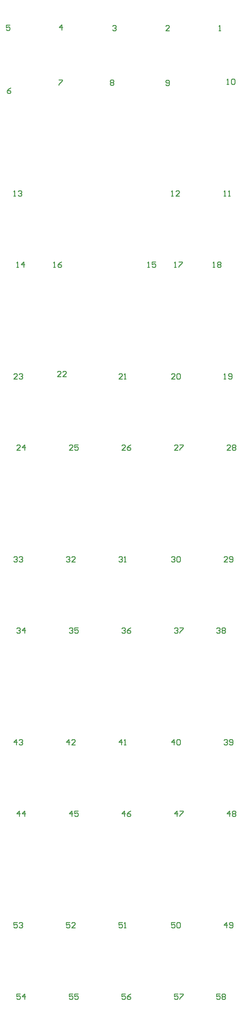
<source format=gto>
%FSLAX44Y44*%
%MOMM*%
G71*
G01*
G75*
%ADD10R,2.5000X6.0000*%
%ADD11R,6.9850X4.0000*%
%ADD12C,1.0000*%
%ADD13C,16.0000*%
%ADD14C,4.0000*%
%ADD15C,1.2700*%
%ADD16R,1.2192X0.8128*%
%ADD17R,1.0200X3.8000*%
%ADD18R,0.3556X0.7620*%
%ADD19R,0.7620X0.3556*%
%ADD20R,2.7940X2.7940*%
%ADD21C,0.2540*%
D21*
X651595Y401061D02*
X641438D01*
Y393444D01*
X646516Y395983D01*
X649056D01*
X651595Y393444D01*
Y388365D01*
X649056Y385826D01*
X643977D01*
X641438Y388365D01*
X656673Y398522D02*
X659212Y401061D01*
X664291D01*
X666830Y398522D01*
Y395983D01*
X664291Y393444D01*
X666830Y390904D01*
Y388365D01*
X664291Y385826D01*
X659212D01*
X656673Y388365D01*
Y390904D01*
X659212Y393444D01*
X656673Y395983D01*
Y398522D01*
X659212Y393444D02*
X664291D01*
X531707Y401061D02*
X521550D01*
Y393444D01*
X526628Y395983D01*
X529168D01*
X531707Y393444D01*
Y388365D01*
X529168Y385826D01*
X524089D01*
X521550Y388365D01*
X536785Y401061D02*
X546942D01*
Y398522D01*
X536785Y388365D01*
Y385826D01*
X381593Y401061D02*
X371436D01*
Y393444D01*
X376515Y395983D01*
X379054D01*
X381593Y393444D01*
Y388365D01*
X379054Y385826D01*
X373975D01*
X371436Y388365D01*
X396828Y401061D02*
X391750Y398522D01*
X386671Y393444D01*
Y388365D01*
X389210Y385826D01*
X394289D01*
X396828Y388365D01*
Y390904D01*
X394289Y393444D01*
X386671D01*
X231733Y401061D02*
X221576D01*
Y393444D01*
X226654Y395983D01*
X229194D01*
X231733Y393444D01*
Y388365D01*
X229194Y385826D01*
X224115D01*
X221576Y388365D01*
X246968Y401061D02*
X236811D01*
Y393444D01*
X241890Y395983D01*
X244429D01*
X246968Y393444D01*
Y388365D01*
X244429Y385826D01*
X239350D01*
X236811Y388365D01*
X81619Y401061D02*
X71462D01*
Y393444D01*
X76540Y395983D01*
X79080D01*
X81619Y393444D01*
Y388365D01*
X79080Y385826D01*
X74001D01*
X71462Y388365D01*
X94315Y385826D02*
Y401061D01*
X86697Y393444D01*
X96854D01*
X73237Y603753D02*
X63080D01*
Y596136D01*
X68158Y598675D01*
X70698D01*
X73237Y596136D01*
Y591057D01*
X70698Y588518D01*
X65619D01*
X63080Y591057D01*
X78315Y601214D02*
X80854Y603753D01*
X85933D01*
X88472Y601214D01*
Y598675D01*
X85933Y596136D01*
X83394D01*
X85933D01*
X88472Y593596D01*
Y591057D01*
X85933Y588518D01*
X80854D01*
X78315Y591057D01*
X223351Y603753D02*
X213194D01*
Y596136D01*
X218272Y598675D01*
X220812D01*
X223351Y596136D01*
Y591057D01*
X220812Y588518D01*
X215733D01*
X213194Y591057D01*
X238586Y588518D02*
X228429D01*
X238586Y598675D01*
Y601214D01*
X236047Y603753D01*
X230968D01*
X228429Y601214D01*
X373211Y603753D02*
X363054D01*
Y596136D01*
X368133Y598675D01*
X370672D01*
X373211Y596136D01*
Y591057D01*
X370672Y588518D01*
X365593D01*
X363054Y591057D01*
X378289Y588518D02*
X383368D01*
X380828D01*
Y603753D01*
X378289Y601214D01*
X523325Y603753D02*
X513168D01*
Y596136D01*
X518246Y598675D01*
X520786D01*
X523325Y596136D01*
Y591057D01*
X520786Y588518D01*
X515707D01*
X513168Y591057D01*
X528403Y601214D02*
X530942Y603753D01*
X536021D01*
X538560Y601214D01*
Y591057D01*
X536021Y588518D01*
X530942D01*
X528403Y591057D01*
Y601214D01*
X670646Y588518D02*
Y603753D01*
X663028Y596136D01*
X673185D01*
X678263Y591057D02*
X680802Y588518D01*
X685881D01*
X688420Y591057D01*
Y601214D01*
X685881Y603753D01*
X680802D01*
X678263Y601214D01*
Y598675D01*
X680802Y596136D01*
X688420D01*
X679028Y905764D02*
Y920999D01*
X671410Y913382D01*
X681567D01*
X686645Y918460D02*
X689184Y920999D01*
X694263D01*
X696802Y918460D01*
Y915921D01*
X694263Y913382D01*
X696802Y910842D01*
Y908303D01*
X694263Y905764D01*
X689184D01*
X686645Y908303D01*
Y910842D01*
X689184Y913382D01*
X686645Y915921D01*
Y918460D01*
X689184Y913382D02*
X694263D01*
X529168Y905764D02*
Y920999D01*
X521550Y913382D01*
X531707D01*
X536785Y920999D02*
X546942D01*
Y918460D01*
X536785Y908303D01*
Y905764D01*
X379054D02*
Y920999D01*
X371436Y913382D01*
X381593D01*
X396828Y920999D02*
X391750Y918460D01*
X386671Y913382D01*
Y908303D01*
X389210Y905764D01*
X394289D01*
X396828Y908303D01*
Y910842D01*
X394289Y913382D01*
X386671D01*
X229194Y905764D02*
Y920999D01*
X221576Y913382D01*
X231733D01*
X246968Y920999D02*
X236811D01*
Y913382D01*
X241890Y915921D01*
X244429D01*
X246968Y913382D01*
Y908303D01*
X244429Y905764D01*
X239350D01*
X236811Y908303D01*
X79080Y905764D02*
Y920999D01*
X71462Y913382D01*
X81619D01*
X94315Y905764D02*
Y920999D01*
X86697Y913382D01*
X96854D01*
X70698Y1108456D02*
Y1123691D01*
X63080Y1116074D01*
X73237D01*
X78315Y1121152D02*
X80854Y1123691D01*
X85933D01*
X88472Y1121152D01*
Y1118613D01*
X85933Y1116074D01*
X83394D01*
X85933D01*
X88472Y1113534D01*
Y1110995D01*
X85933Y1108456D01*
X80854D01*
X78315Y1110995D01*
X220812Y1108456D02*
Y1123691D01*
X213194Y1116074D01*
X223351D01*
X238586Y1108456D02*
X228429D01*
X238586Y1118613D01*
Y1121152D01*
X236047Y1123691D01*
X230968D01*
X228429Y1121152D01*
X370672Y1108456D02*
Y1123691D01*
X363054Y1116074D01*
X373211D01*
X378289Y1108456D02*
X383368D01*
X380828D01*
Y1123691D01*
X378289Y1121152D01*
X520786Y1108456D02*
Y1123691D01*
X513168Y1116074D01*
X523325D01*
X528403Y1121152D02*
X530942Y1123691D01*
X536021D01*
X538560Y1121152D01*
Y1110995D01*
X536021Y1108456D01*
X530942D01*
X528403Y1110995D01*
Y1121152D01*
X663028D02*
X665567Y1123691D01*
X670646D01*
X673185Y1121152D01*
Y1118613D01*
X670646Y1116074D01*
X668107D01*
X670646D01*
X673185Y1113534D01*
Y1110995D01*
X670646Y1108456D01*
X665567D01*
X663028Y1110995D01*
X678263D02*
X680802Y1108456D01*
X685881D01*
X688420Y1110995D01*
Y1121152D01*
X685881Y1123691D01*
X680802D01*
X678263Y1121152D01*
Y1118613D01*
X680802Y1116074D01*
X688420D01*
X641438Y1438398D02*
X643977Y1440937D01*
X649056D01*
X651595Y1438398D01*
Y1435859D01*
X649056Y1433320D01*
X646516D01*
X649056D01*
X651595Y1430780D01*
Y1428241D01*
X649056Y1425702D01*
X643977D01*
X641438Y1428241D01*
X656673Y1438398D02*
X659212Y1440937D01*
X664291D01*
X666830Y1438398D01*
Y1435859D01*
X664291Y1433320D01*
X666830Y1430780D01*
Y1428241D01*
X664291Y1425702D01*
X659212D01*
X656673Y1428241D01*
Y1430780D01*
X659212Y1433320D01*
X656673Y1435859D01*
Y1438398D01*
X659212Y1433320D02*
X664291D01*
X521550Y1438398D02*
X524089Y1440937D01*
X529168D01*
X531707Y1438398D01*
Y1435859D01*
X529168Y1433320D01*
X526628D01*
X529168D01*
X531707Y1430780D01*
Y1428241D01*
X529168Y1425702D01*
X524089D01*
X521550Y1428241D01*
X536785Y1440937D02*
X546942D01*
Y1438398D01*
X536785Y1428241D01*
Y1425702D01*
X371436Y1438398D02*
X373975Y1440937D01*
X379054D01*
X381593Y1438398D01*
Y1435859D01*
X379054Y1433320D01*
X376515D01*
X379054D01*
X381593Y1430780D01*
Y1428241D01*
X379054Y1425702D01*
X373975D01*
X371436Y1428241D01*
X396828Y1440937D02*
X391750Y1438398D01*
X386671Y1433320D01*
Y1428241D01*
X389210Y1425702D01*
X394289D01*
X396828Y1428241D01*
Y1430780D01*
X394289Y1433320D01*
X386671D01*
X221576Y1438398D02*
X224115Y1440937D01*
X229194D01*
X231733Y1438398D01*
Y1435859D01*
X229194Y1433320D01*
X226654D01*
X229194D01*
X231733Y1430780D01*
Y1428241D01*
X229194Y1425702D01*
X224115D01*
X221576Y1428241D01*
X246968Y1440937D02*
X236811D01*
Y1433320D01*
X241890Y1435859D01*
X244429D01*
X246968Y1433320D01*
Y1428241D01*
X244429Y1425702D01*
X239350D01*
X236811Y1428241D01*
X71462Y1438398D02*
X74001Y1440937D01*
X79080D01*
X81619Y1438398D01*
Y1435859D01*
X79080Y1433320D01*
X76540D01*
X79080D01*
X81619Y1430780D01*
Y1428241D01*
X79080Y1425702D01*
X74001D01*
X71462Y1428241D01*
X94315Y1425702D02*
Y1440937D01*
X86697Y1433320D01*
X96854D01*
X63080Y1641344D02*
X65619Y1643883D01*
X70698D01*
X73237Y1641344D01*
Y1638805D01*
X70698Y1636266D01*
X68158D01*
X70698D01*
X73237Y1633726D01*
Y1631187D01*
X70698Y1628648D01*
X65619D01*
X63080Y1631187D01*
X78315Y1641344D02*
X80854Y1643883D01*
X85933D01*
X88472Y1641344D01*
Y1638805D01*
X85933Y1636266D01*
X83394D01*
X85933D01*
X88472Y1633726D01*
Y1631187D01*
X85933Y1628648D01*
X80854D01*
X78315Y1631187D01*
X213194Y1641344D02*
X215733Y1643883D01*
X220812D01*
X223351Y1641344D01*
Y1638805D01*
X220812Y1636266D01*
X218272D01*
X220812D01*
X223351Y1633726D01*
Y1631187D01*
X220812Y1628648D01*
X215733D01*
X213194Y1631187D01*
X238586Y1628648D02*
X228429D01*
X238586Y1638805D01*
Y1641344D01*
X236047Y1643883D01*
X230968D01*
X228429Y1641344D01*
X363054D02*
X365593Y1643883D01*
X370672D01*
X373211Y1641344D01*
Y1638805D01*
X370672Y1636266D01*
X368133D01*
X370672D01*
X373211Y1633726D01*
Y1631187D01*
X370672Y1628648D01*
X365593D01*
X363054Y1631187D01*
X378289Y1628648D02*
X383368D01*
X380828D01*
Y1643883D01*
X378289Y1641344D01*
X513168D02*
X515707Y1643883D01*
X520786D01*
X523325Y1641344D01*
Y1638805D01*
X520786Y1636266D01*
X518246D01*
X520786D01*
X523325Y1633726D01*
Y1631187D01*
X520786Y1628648D01*
X515707D01*
X513168Y1631187D01*
X528403Y1641344D02*
X530942Y1643883D01*
X536021D01*
X538560Y1641344D01*
Y1631187D01*
X536021Y1628648D01*
X530942D01*
X528403Y1631187D01*
Y1641344D01*
X673185Y1628648D02*
X663028D01*
X673185Y1638805D01*
Y1641344D01*
X670646Y1643883D01*
X665567D01*
X663028Y1641344D01*
X678263Y1631187D02*
X680802Y1628648D01*
X685881D01*
X688420Y1631187D01*
Y1641344D01*
X685881Y1643883D01*
X680802D01*
X678263Y1641344D01*
Y1638805D01*
X680802Y1636266D01*
X688420D01*
X681567Y1945894D02*
X671410D01*
X681567Y1956051D01*
Y1958590D01*
X679028Y1961129D01*
X673949D01*
X671410Y1958590D01*
X686645D02*
X689184Y1961129D01*
X694263D01*
X696802Y1958590D01*
Y1956051D01*
X694263Y1953512D01*
X696802Y1950972D01*
Y1948433D01*
X694263Y1945894D01*
X689184D01*
X686645Y1948433D01*
Y1950972D01*
X689184Y1953512D01*
X686645Y1956051D01*
Y1958590D01*
X689184Y1953512D02*
X694263D01*
X531707Y1945894D02*
X521550D01*
X531707Y1956051D01*
Y1958590D01*
X529168Y1961129D01*
X524089D01*
X521550Y1958590D01*
X536785Y1961129D02*
X546942D01*
Y1958590D01*
X536785Y1948433D01*
Y1945894D01*
X381593D02*
X371436D01*
X381593Y1956051D01*
Y1958590D01*
X379054Y1961129D01*
X373975D01*
X371436Y1958590D01*
X396828Y1961129D02*
X391750Y1958590D01*
X386671Y1953512D01*
Y1948433D01*
X389210Y1945894D01*
X394289D01*
X396828Y1948433D01*
Y1950972D01*
X394289Y1953512D01*
X386671D01*
X231733Y1945894D02*
X221576D01*
X231733Y1956051D01*
Y1958590D01*
X229194Y1961129D01*
X224115D01*
X221576Y1958590D01*
X246968Y1961129D02*
X236811D01*
Y1953512D01*
X241890Y1956051D01*
X244429D01*
X246968Y1953512D01*
Y1948433D01*
X244429Y1945894D01*
X239350D01*
X236811Y1948433D01*
X81619Y1945894D02*
X71462D01*
X81619Y1956051D01*
Y1958590D01*
X79080Y1961129D01*
X74001D01*
X71462Y1958590D01*
X94315Y1945894D02*
Y1961129D01*
X86697Y1953512D01*
X96854D01*
X73237Y2148586D02*
X63080D01*
X73237Y2158743D01*
Y2161282D01*
X70698Y2163821D01*
X65619D01*
X63080Y2161282D01*
X78315D02*
X80854Y2163821D01*
X85933D01*
X88472Y2161282D01*
Y2158743D01*
X85933Y2156204D01*
X83394D01*
X85933D01*
X88472Y2153664D01*
Y2151125D01*
X85933Y2148586D01*
X80854D01*
X78315Y2151125D01*
X198157Y2155000D02*
X188000D01*
X198157Y2165157D01*
Y2167696D01*
X195618Y2170235D01*
X190539D01*
X188000Y2167696D01*
X213392Y2155000D02*
X203235D01*
X213392Y2165157D01*
Y2167696D01*
X210853Y2170235D01*
X205774D01*
X203235Y2167696D01*
X373211Y2148586D02*
X363054D01*
X373211Y2158743D01*
Y2161282D01*
X370672Y2163821D01*
X365593D01*
X363054Y2161282D01*
X378289Y2148586D02*
X383368D01*
X380828D01*
Y2163821D01*
X378289Y2161282D01*
X523325Y2148586D02*
X513168D01*
X523325Y2158743D01*
Y2161282D01*
X520786Y2163821D01*
X515707D01*
X513168Y2161282D01*
X528403D02*
X530942Y2163821D01*
X536021D01*
X538560Y2161282D01*
Y2151125D01*
X536021Y2148586D01*
X530942D01*
X528403Y2151125D01*
Y2161282D01*
X663028Y2148586D02*
X668107D01*
X665567D01*
Y2163821D01*
X663028Y2161282D01*
X675724Y2151125D02*
X678263Y2148586D01*
X683342D01*
X685881Y2151125D01*
Y2161282D01*
X683342Y2163821D01*
X678263D01*
X675724Y2161282D01*
Y2158743D01*
X678263Y2156204D01*
X685881D01*
X631532Y2465832D02*
X636610D01*
X634071D01*
Y2481067D01*
X631532Y2478528D01*
X644228D02*
X646767Y2481067D01*
X651846D01*
X654385Y2478528D01*
Y2475989D01*
X651846Y2473450D01*
X654385Y2470910D01*
Y2468371D01*
X651846Y2465832D01*
X646767D01*
X644228Y2468371D01*
Y2470910D01*
X646767Y2473450D01*
X644228Y2475989D01*
Y2478528D01*
X646767Y2473450D02*
X651846D01*
X521550Y2465832D02*
X526628D01*
X524089D01*
Y2481067D01*
X521550Y2478528D01*
X534246Y2481067D02*
X544403D01*
Y2478528D01*
X534246Y2468371D01*
Y2465832D01*
X445000Y2466000D02*
X450078D01*
X447539D01*
Y2481235D01*
X445000Y2478696D01*
X467853Y2481235D02*
X457696D01*
Y2473618D01*
X462774Y2476157D01*
X465313D01*
X467853Y2473618D01*
Y2468539D01*
X465313Y2466000D01*
X460235D01*
X457696Y2468539D01*
X71462Y2465832D02*
X76540D01*
X74001D01*
Y2481067D01*
X71462Y2478528D01*
X91776Y2465832D02*
Y2481067D01*
X84158Y2473450D01*
X94315D01*
X63080Y2668524D02*
X68158D01*
X65619D01*
Y2683759D01*
X63080Y2681220D01*
X75776D02*
X78315Y2683759D01*
X83394D01*
X85933Y2681220D01*
Y2678681D01*
X83394Y2676142D01*
X80854D01*
X83394D01*
X85933Y2673602D01*
Y2671063D01*
X83394Y2668524D01*
X78315D01*
X75776Y2671063D01*
X513168Y2668524D02*
X518246D01*
X515707D01*
Y2683759D01*
X513168Y2681220D01*
X536021Y2668524D02*
X525864D01*
X536021Y2678681D01*
Y2681220D01*
X533482Y2683759D01*
X528403D01*
X525864Y2681220D01*
X663028Y2668524D02*
X668107D01*
X665567D01*
Y2683759D01*
X663028Y2681220D01*
X675724Y2668524D02*
X680802D01*
X678263D01*
Y2683759D01*
X675724Y2681220D01*
X671410Y2985770D02*
X676488D01*
X673949D01*
Y3001005D01*
X671410Y2998466D01*
X684106D02*
X686645Y3001005D01*
X691724D01*
X694263Y2998466D01*
Y2988309D01*
X691724Y2985770D01*
X686645D01*
X684106Y2988309D01*
Y2998466D01*
X497000Y2984539D02*
X499539Y2982000D01*
X504618D01*
X507157Y2984539D01*
Y2994696D01*
X504618Y2997235D01*
X499539D01*
X497000Y2994696D01*
Y2992157D01*
X499539Y2989618D01*
X507157D01*
X338000Y2995696D02*
X340539Y2998235D01*
X345617D01*
X348157Y2995696D01*
Y2993157D01*
X345617Y2990617D01*
X348157Y2988078D01*
Y2985539D01*
X345617Y2983000D01*
X340539D01*
X338000Y2985539D01*
Y2988078D01*
X340539Y2990617D01*
X338000Y2993157D01*
Y2995696D01*
X340539Y2990617D02*
X345617D01*
X192000Y2998235D02*
X202157D01*
Y2995696D01*
X192000Y2985539D01*
Y2983000D01*
X55157Y2975235D02*
X50078Y2972696D01*
X45000Y2967617D01*
Y2962539D01*
X47539Y2960000D01*
X52618D01*
X55157Y2962539D01*
Y2965078D01*
X52618Y2967617D01*
X45000D01*
X52157Y3154235D02*
X42000D01*
Y3146617D01*
X47078Y3149157D01*
X49618D01*
X52157Y3146617D01*
Y3141539D01*
X49618Y3139000D01*
X44539D01*
X42000Y3141539D01*
X200618Y3140000D02*
Y3155235D01*
X193000Y3147617D01*
X203157D01*
X345000Y3150696D02*
X347539Y3153235D01*
X352617D01*
X355157Y3150696D01*
Y3148157D01*
X352617Y3145617D01*
X350078D01*
X352617D01*
X355157Y3143078D01*
Y3140539D01*
X352617Y3138000D01*
X347539D01*
X345000Y3140539D01*
X507157Y3138000D02*
X497000D01*
X507157Y3148157D01*
Y3150696D01*
X504618Y3153235D01*
X499539D01*
X497000Y3150696D01*
X648000Y3138000D02*
X653078D01*
X650539D01*
Y3153235D01*
X648000Y3150696D01*
X176618Y2465832D02*
X181696D01*
X179157D01*
Y2481067D01*
X176618Y2478528D01*
X199471Y2481067D02*
X194392Y2478528D01*
X189314Y2473450D01*
Y2468371D01*
X191853Y2465832D01*
X196932D01*
X199471Y2468371D01*
Y2470910D01*
X196932Y2473450D01*
X189314D01*
M02*

</source>
